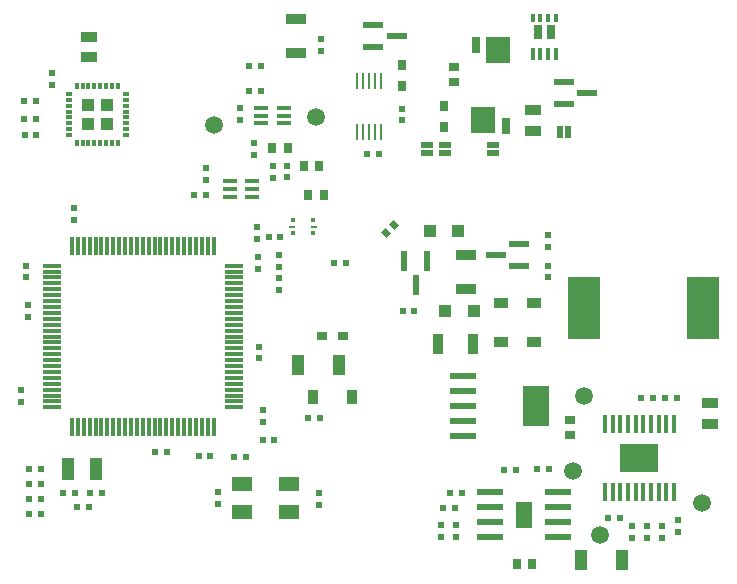
<source format=gtp>
G04 Layer_Color=8421504*
%FSTAX24Y24*%
%MOIN*%
G70*
G01*
G75*
%ADD10R,0.0433X0.0748*%
%ADD11R,0.0197X0.0236*%
%ADD12R,0.0236X0.0197*%
%ADD13R,0.0354X0.0315*%
%ADD14R,0.0315X0.0354*%
%ADD15R,0.0453X0.0138*%
%ADD16R,0.0402X0.0402*%
%ADD17R,0.0799X0.0902*%
%ADD18R,0.0299X0.0551*%
%ADD19R,0.0709X0.0236*%
%ADD20R,0.0315X0.0354*%
%ADD22R,0.0159X0.0299*%
%ADD23R,0.0159X0.0390*%
%ADD24R,0.0374X0.0492*%
%ADD25R,0.0394X0.0669*%
%ADD26R,0.0551X0.0335*%
%ADD27R,0.0709X0.0354*%
%ADD28R,0.0591X0.0118*%
%ADD29R,0.0118X0.0591*%
%ADD31R,0.0236X0.0118*%
%ADD32R,0.0118X0.0236*%
%ADD33R,0.0354X0.0315*%
%ADD34R,0.1102X0.2087*%
%ADD35R,0.0354X0.0709*%
G04:AMPARAMS|DCode=36|XSize=19.7mil|YSize=23.6mil|CornerRadius=0mil|HoleSize=0mil|Usage=FLASHONLY|Rotation=225.000|XOffset=0mil|YOffset=0mil|HoleType=Round|Shape=Rectangle|*
%AMROTATEDRECTD36*
4,1,4,-0.0014,0.0153,0.0153,-0.0014,0.0014,-0.0153,-0.0153,0.0014,-0.0014,0.0153,0.0*
%
%ADD36ROTATEDRECTD36*%

%ADD38R,0.0866X0.0197*%
%ADD39R,0.0236X0.0709*%
%ADD40R,0.1260X0.0965*%
%ADD41R,0.0177X0.0591*%
%ADD42C,0.0591*%
%ADD43R,0.0492X0.0374*%
%ADD44R,0.0866X0.0236*%
%ADD45R,0.0866X0.1378*%
%ADD48R,0.0394X0.0197*%
%ADD49R,0.0197X0.0394*%
%ADD50R,0.0110X0.0551*%
%ADD51R,0.0709X0.0472*%
%ADD97R,0.0315X0.0453*%
%ADD98R,0.0394X0.0394*%
%ADD99R,0.0563X0.0906*%
%ADD100R,0.0177X0.0128*%
%ADD101R,0.0236X0.0098*%
D10*
X013406Y010079D02*
D03*
X012461D02*
D03*
D11*
X013169Y008789D02*
D03*
X012776D02*
D03*
X013218Y009262D02*
D03*
X013612D02*
D03*
X012687D02*
D03*
X012293D02*
D03*
X011565Y008583D02*
D03*
X011171D02*
D03*
X011565Y009085D02*
D03*
X011171D02*
D03*
X011565Y009567D02*
D03*
X011171D02*
D03*
X011565Y010059D02*
D03*
X011171D02*
D03*
X021732Y016949D02*
D03*
X021339D02*
D03*
X017077Y019203D02*
D03*
X016683D02*
D03*
X032372Y012451D02*
D03*
X032766D02*
D03*
X02811Y010079D02*
D03*
X028504D02*
D03*
X019547Y017805D02*
D03*
X019154D02*
D03*
X015384Y01065D02*
D03*
X015778D02*
D03*
X018888Y023504D02*
D03*
X018494D02*
D03*
X011014Y022323D02*
D03*
X011407Y022323D02*
D03*
X017215Y010492D02*
D03*
X016821D02*
D03*
X011014Y021732D02*
D03*
X011407D02*
D03*
X018514Y022657D02*
D03*
X018907D02*
D03*
X011024Y021211D02*
D03*
X011417D02*
D03*
X018957Y011053D02*
D03*
X01935D02*
D03*
X018386Y010472D02*
D03*
X017992D02*
D03*
X030463Y008425D02*
D03*
X030856D02*
D03*
X025364Y00878D02*
D03*
X02497D02*
D03*
X031959Y012441D02*
D03*
X031565D02*
D03*
X020876Y011772D02*
D03*
X020482D02*
D03*
X027008Y010039D02*
D03*
X027402D02*
D03*
X025197Y009281D02*
D03*
X025591D02*
D03*
X024016Y015354D02*
D03*
X023622D02*
D03*
X022441Y020561D02*
D03*
X022835D02*
D03*
D12*
X012667Y01878D02*
D03*
Y018386D02*
D03*
X017077Y020108D02*
D03*
Y019715D02*
D03*
X011073Y016457D02*
D03*
Y01685D02*
D03*
X019301Y019764D02*
D03*
Y020157D02*
D03*
X01876Y017746D02*
D03*
Y01814D02*
D03*
X018199Y021713D02*
D03*
Y022106D02*
D03*
X020915Y02439D02*
D03*
Y023996D02*
D03*
X018789Y016752D02*
D03*
Y017146D02*
D03*
X018848Y01376D02*
D03*
X018848Y014154D02*
D03*
X010906Y012315D02*
D03*
Y012709D02*
D03*
X011122Y015148D02*
D03*
Y015541D02*
D03*
X011949Y022874D02*
D03*
Y023268D02*
D03*
X01748Y008917D02*
D03*
Y009311D02*
D03*
X020837Y009281D02*
D03*
Y008888D02*
D03*
X018671Y020935D02*
D03*
Y020541D02*
D03*
X019754Y020187D02*
D03*
Y019793D02*
D03*
X018957Y011644D02*
D03*
Y012037D02*
D03*
X025404Y008189D02*
D03*
Y007795D02*
D03*
X032795Y007982D02*
D03*
Y008376D02*
D03*
X024892Y007795D02*
D03*
Y008189D02*
D03*
X028465Y01748D02*
D03*
Y017874D02*
D03*
X028465Y016457D02*
D03*
Y01685D02*
D03*
X032283Y007785D02*
D03*
Y008179D02*
D03*
X031762Y007785D02*
D03*
Y008179D02*
D03*
X03126Y007785D02*
D03*
Y008179D02*
D03*
X023593Y021693D02*
D03*
Y022087D02*
D03*
X019498Y016811D02*
D03*
X019498Y017205D02*
D03*
X019508Y016427D02*
D03*
Y016033D02*
D03*
D13*
X020935Y014508D02*
D03*
X021644D02*
D03*
D14*
X023593Y022835D02*
D03*
Y023543D02*
D03*
X02499Y021476D02*
D03*
Y022185D02*
D03*
D15*
X017854Y019665D02*
D03*
Y019409D02*
D03*
Y019154D02*
D03*
X018602D02*
D03*
Y019409D02*
D03*
Y019665D02*
D03*
X018917Y021594D02*
D03*
Y02185D02*
D03*
Y022106D02*
D03*
X019665D02*
D03*
Y02185D02*
D03*
Y021594D02*
D03*
D16*
X025037Y015354D02*
D03*
X025986D02*
D03*
X025474Y018002D02*
D03*
X024526D02*
D03*
D17*
X026815Y024039D02*
D03*
X026315Y021689D02*
D03*
D18*
X026065Y024215D02*
D03*
X027065Y021514D02*
D03*
D19*
X029776Y022607D02*
D03*
X028989Y022233D02*
D03*
Y022981D02*
D03*
X02265Y024871D02*
D03*
Y024123D02*
D03*
X023437Y024497D02*
D03*
X02673Y017206D02*
D03*
X027517Y01758D02*
D03*
X027517Y016832D02*
D03*
D20*
X020994Y019193D02*
D03*
X020482D02*
D03*
X020335Y020157D02*
D03*
X020846D02*
D03*
X019282Y020768D02*
D03*
X019793D02*
D03*
X027933Y00689D02*
D03*
X027421D02*
D03*
D22*
X027957Y025089D02*
D03*
X028217D02*
D03*
X028476D02*
D03*
X028736D02*
D03*
D23*
Y023913D02*
D03*
X028476D02*
D03*
X028217D02*
D03*
X027957D02*
D03*
D24*
X021949Y01247D02*
D03*
X02065D02*
D03*
D25*
X020128Y013553D02*
D03*
X021506D02*
D03*
X029557Y007037D02*
D03*
X030935D02*
D03*
D26*
X013169Y023789D02*
D03*
Y024478D02*
D03*
X033868Y011575D02*
D03*
X033868Y012264D02*
D03*
X027972Y021339D02*
D03*
Y022028D02*
D03*
D27*
X020069Y025069D02*
D03*
Y023927D02*
D03*
X025728Y017205D02*
D03*
Y016063D02*
D03*
D28*
X011929Y01685D02*
D03*
Y016654D02*
D03*
Y016457D02*
D03*
Y01626D02*
D03*
Y016063D02*
D03*
Y015866D02*
D03*
Y015669D02*
D03*
Y015472D02*
D03*
Y015276D02*
D03*
Y015079D02*
D03*
Y014882D02*
D03*
Y014685D02*
D03*
Y014488D02*
D03*
Y014291D02*
D03*
Y014094D02*
D03*
Y013898D02*
D03*
Y013701D02*
D03*
Y013504D02*
D03*
Y013307D02*
D03*
Y01311D02*
D03*
Y012913D02*
D03*
Y012717D02*
D03*
Y01252D02*
D03*
Y012323D02*
D03*
Y012126D02*
D03*
X017992Y012126D02*
D03*
Y012323D02*
D03*
Y01252D02*
D03*
Y012717D02*
D03*
Y012913D02*
D03*
Y01311D02*
D03*
Y013307D02*
D03*
Y013504D02*
D03*
Y013701D02*
D03*
Y013898D02*
D03*
Y014094D02*
D03*
Y014291D02*
D03*
Y014488D02*
D03*
Y014685D02*
D03*
Y014882D02*
D03*
Y015079D02*
D03*
Y015276D02*
D03*
Y015472D02*
D03*
Y015669D02*
D03*
Y015866D02*
D03*
Y016063D02*
D03*
Y01626D02*
D03*
Y016457D02*
D03*
Y016654D02*
D03*
Y01685D02*
D03*
D29*
X012598Y011457D02*
D03*
X012795D02*
D03*
X012992D02*
D03*
X013189D02*
D03*
X013386D02*
D03*
X013583D02*
D03*
X01378D02*
D03*
X013976D02*
D03*
X014173D02*
D03*
X01437D02*
D03*
X014567D02*
D03*
X014764D02*
D03*
X014961D02*
D03*
X015157D02*
D03*
X015354D02*
D03*
X015551D02*
D03*
X015748D02*
D03*
X015945D02*
D03*
X016339D02*
D03*
X016535D02*
D03*
X016732D02*
D03*
X016929D02*
D03*
X017126D02*
D03*
X017323D02*
D03*
X017323Y01752D02*
D03*
X017126D02*
D03*
X016929Y01752D02*
D03*
X016732D02*
D03*
X016535D02*
D03*
X016339D02*
D03*
X016142D02*
D03*
X015945D02*
D03*
X015748D02*
D03*
X015551D02*
D03*
X015354D02*
D03*
X015157D02*
D03*
X014961D02*
D03*
X014764D02*
D03*
X014567D02*
D03*
X01437D02*
D03*
X014173Y01752D02*
D03*
X013976Y01752D02*
D03*
X01378D02*
D03*
X013583D02*
D03*
X013386D02*
D03*
X013189D02*
D03*
X012992Y01752D02*
D03*
X012795D02*
D03*
X012598Y01752D02*
D03*
X016142Y011457D02*
D03*
D31*
X01439Y021201D02*
D03*
Y021398D02*
D03*
Y021594D02*
D03*
X01439Y021791D02*
D03*
Y021988D02*
D03*
X01439Y022185D02*
D03*
Y022382D02*
D03*
X01439Y022579D02*
D03*
X0125Y022579D02*
D03*
Y022382D02*
D03*
Y022185D02*
D03*
Y021988D02*
D03*
Y021791D02*
D03*
X0125Y021594D02*
D03*
Y021398D02*
D03*
Y021201D02*
D03*
D32*
X014134Y022835D02*
D03*
X013937D02*
D03*
X01374D02*
D03*
X013543Y022835D02*
D03*
X013346D02*
D03*
X01315Y022835D02*
D03*
X012953D02*
D03*
X012756D02*
D03*
Y020945D02*
D03*
X012953D02*
D03*
X01315D02*
D03*
X013346Y020945D02*
D03*
X013543D02*
D03*
X01374D02*
D03*
X013937D02*
D03*
X014134D02*
D03*
D33*
X029213Y011713D02*
D03*
Y011201D02*
D03*
X025344Y022972D02*
D03*
X025344Y023484D02*
D03*
D34*
X029665Y015433D02*
D03*
X033642Y015433D02*
D03*
D35*
X024813Y014232D02*
D03*
X025955D02*
D03*
D36*
X023348Y01822D02*
D03*
X023069Y017942D02*
D03*
D38*
X026545Y007793D02*
D03*
Y008293D02*
D03*
Y008793D02*
D03*
Y009293D02*
D03*
X028809D02*
D03*
Y008793D02*
D03*
Y008293D02*
D03*
X028809Y007793D02*
D03*
D39*
X024054Y016218D02*
D03*
X02368Y017005D02*
D03*
X024428D02*
D03*
D40*
X031516Y010433D02*
D03*
D41*
X030364Y011575D02*
D03*
X03062D02*
D03*
X030876D02*
D03*
X031132D02*
D03*
X031388D02*
D03*
X031644D02*
D03*
X0319D02*
D03*
X032156D02*
D03*
X032411D02*
D03*
X032667D02*
D03*
Y009291D02*
D03*
X032411Y009291D02*
D03*
X032156Y009291D02*
D03*
X0319D02*
D03*
X031644D02*
D03*
X031388D02*
D03*
X031132D02*
D03*
X030876D02*
D03*
X03062D02*
D03*
X030364D02*
D03*
D42*
X017343Y021545D02*
D03*
X029311Y01D02*
D03*
X033612Y008937D02*
D03*
X030207Y007864D02*
D03*
X029656Y01252D02*
D03*
X020748Y021811D02*
D03*
D43*
X027992Y01561D02*
D03*
X027992Y014311D02*
D03*
X02689Y01561D02*
D03*
Y014311D02*
D03*
D44*
X02563Y013175D02*
D03*
Y012675D02*
D03*
Y012175D02*
D03*
Y011675D02*
D03*
Y011175D02*
D03*
D45*
X028071Y012175D02*
D03*
D48*
X026644Y02061D02*
D03*
Y020886D02*
D03*
X02502Y02061D02*
D03*
Y020886D02*
D03*
X024429Y02061D02*
D03*
Y020886D02*
D03*
D49*
X029134Y021299D02*
D03*
X028858Y021299D02*
D03*
D50*
X022904Y022998D02*
D03*
X022707Y022998D02*
D03*
X02251D02*
D03*
X022313D02*
D03*
X022116Y022998D02*
D03*
Y021313D02*
D03*
X022313Y021313D02*
D03*
X02251D02*
D03*
X022707D02*
D03*
X022904Y021313D02*
D03*
D51*
X019833Y008642D02*
D03*
X018258D02*
D03*
Y009587D02*
D03*
X019833D02*
D03*
D97*
X02813Y024636D02*
D03*
X028563Y024636D02*
D03*
D98*
X01376Y022205D02*
D03*
X01313Y022205D02*
D03*
X01313Y021575D02*
D03*
X01376D02*
D03*
D99*
X027677Y008543D02*
D03*
D100*
X02065Y018361D02*
D03*
Y017938D02*
D03*
X01998D02*
D03*
Y018361D02*
D03*
D101*
X020679Y01815D02*
D03*
X019951D02*
D03*
M02*

</source>
